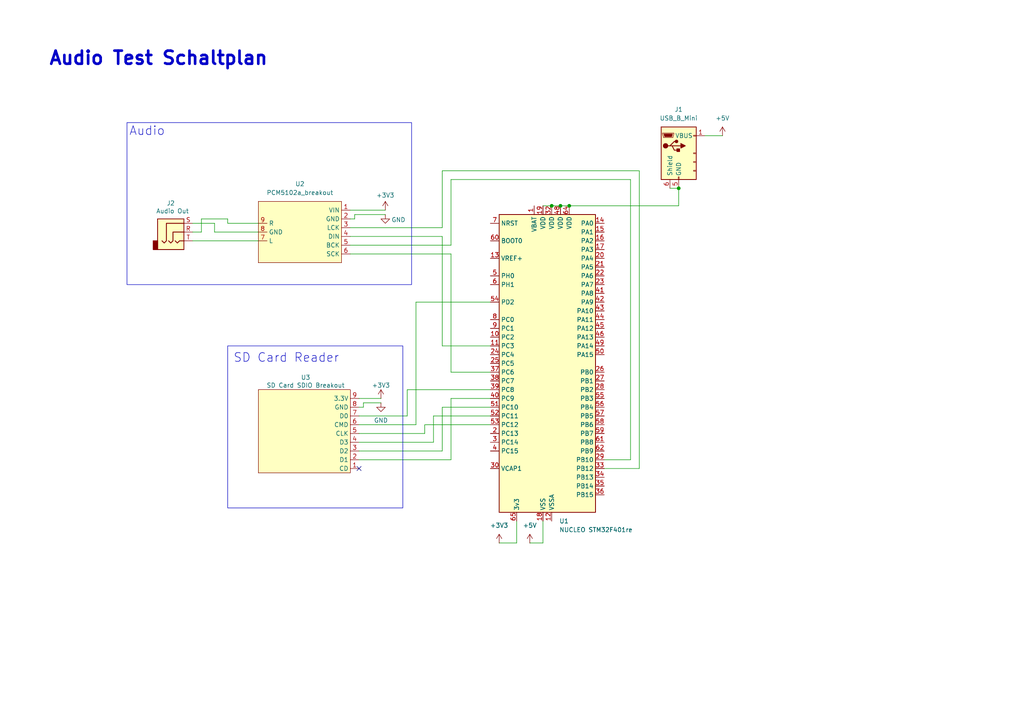
<source format=kicad_sch>
(kicad_sch (version 20231120) (generator "eeschema") (generator_version "8.0")
  (paper "A4")
  (lib_symbols
    (symbol "Connector:USB_B_Mini" (pin_names (offset 1.016))
      (property "Reference" "J1" (at 0 12.7 0))
      (property "Value" "USB_B_Mini" (at 0 10.16 0))
      (symbol "USB_B_Mini_0_1"
        (rectangle (start -5.08 7.62) (end 5.08 -7.62) (stroke (width 0.254)) (fill (type background)))
        (circle (center -3.81 2.159) (radius 0.635) (stroke (width 0.254)) (fill (type outline)))
        (circle (center -0.635 3.429) (radius 0.381) (stroke (width 0.254)) (fill (type outline)))
        (rectangle (start -0.127 -7.62) (end 0.127 -6.858))
        (polyline (pts (xy -1.905 2.159) (xy 0.635 2.159)) (stroke (width 0.254)))
        (polyline (pts (xy -3.175 2.159) (xy -2.54 2.159) (xy -1.27 3.429) (xy -0.635 3.429)) (stroke (width 0.254)))
        (polyline (pts (xy -2.54 2.159) (xy -1.905 2.159) (xy -1.27 0.889) (xy 0 0.889)) (stroke (width 0.254)))
        (polyline (pts (xy 0.635 2.794) (xy 0.635 1.524) (xy 1.905 2.159) (xy 0.635 2.794)) (stroke (width 0.254)) (fill (type outline)))
        (polyline (pts (xy -4.318 5.588) (xy -1.778 5.588) (xy -2.032 4.826) (xy -4.064 4.826) (xy -4.318 5.588)) (fill (type outline)))
        (polyline (pts (xy -4.699 5.842) (xy -4.699 5.588) (xy -4.445 4.826) (xy -4.445 4.572) (xy -1.651 4.572) (xy -1.651 4.826) (xy -1.397 5.588) (xy -1.397 5.842) (xy -4.699 5.842)))
        (rectangle (start 0.254 1.27) (end -0.508 0.508) (stroke (width 0.254)) (fill (type outline)))
        (rectangle (start 5.08 -5.207) (end 4.318 -4.953))
        (rectangle (start 5.08 -2.667) (end 4.318 -2.413))
        (rectangle (start 5.08 -0.127) (end 4.318 0.127))
        (rectangle (start 5.08 4.953) (end 4.318 5.207))
      )
      (symbol "USB_B_Mini_1_1"
        (pin power_out line (at 7.62 5.08 180) (length 2.54) (name "VBUS") (number "1"))
        (pin power_out line (at 0 -10.16 90) (length 2.54) (name "GND") (number "5"))
        (pin passive line (at -2.54 -10.16 90) (length 2.54) (name "Shield") (number "6"))
      )
    )
    (symbol "Connector_Audio:AudioJack3"
      (property "Reference" "J" (at 0 8.89 0))
      (property "Value" "AudioJack3" (at 0 6.35 0))
      (symbol "AudioJack3_0_1"
        (rectangle (start -5.08 -5.08) (end -6.35 -2.54) (stroke (width 0.254)) (fill (type outline)))
        (polyline (pts (xy 0 -2.54) (xy 0.635 -3.175) (xy 1.27 -2.54) (xy 2.54 -2.54)) (stroke (width 0.254)))
        (polyline (pts (xy -1.905 -2.54) (xy -1.27 -3.175) (xy -0.635 -2.54) (xy -0.635 0) (xy 2.54 0)) (stroke (width 0.254)))
        (polyline (pts (xy 2.54 2.54) (xy -2.54 2.54) (xy -2.54 -2.54) (xy -3.175 -3.175) (xy -3.81 -2.54)) (stroke (width 0.254)))
        (rectangle (start 2.54 3.81) (end -5.08 -5.08) (stroke (width 0.254)) (fill (type background)))
      )
      (symbol "AudioJack3_1_1"
        (pin passive line (at 5.08 0 180) (length 2.54) (name "~") (number "R"))
        (pin passive line (at 5.08 2.54 180) (length 2.54) (name "~") (number "S"))
        (pin passive line (at 5.08 -2.54 180) (length 2.54) (name "~") (number "T"))
      )
    )
    (symbol "MCU_ST_STM32F4:STM32F401RETx"
      (property "Reference" "U1" (at 4.7341 -45.72 0))
      (property "Value" "NUCLEO STM32F401re" (at 4.7341 -48.26 0))
      (symbol "STM32F401RETx_0_1"
        (rectangle (start -12.7 43.18) (end 15.24 -43.18) (stroke (width 0.254)) (fill (type background)))
      )
      (symbol "STM32F401RETx_1_1"
        (pin power_in line (at -2.54 45.72 270) (length 2.54) (name "VBAT") (number "1"))
        (pin bidirectional line (at -15.24 7.62 0) (length 2.54) (name "PC2") (number "10"))
        (pin bidirectional line (at -15.24 5.08 0) (length 2.54) (name "PC3") (number "11"))
        (pin power_in line (at 2.54 -45.72 90) (length 2.54) (name "VSSA") (number "12"))
        (pin input line (at -15.24 30.48 0) (length 2.54) (name "VREF+") (number "13"))
        (pin bidirectional line (at 17.78 40.64 180) (length 2.54) (name "PA0") (number "14"))
        (pin bidirectional line (at 17.78 38.1 180) (length 2.54) (name "PA1") (number "15"))
        (pin bidirectional line (at 17.78 35.56 180) (length 2.54) (name "PA2") (number "16"))
        (pin bidirectional line (at 17.78 33.02 180) (length 2.54) (name "PA3") (number "17"))
        (pin power_in line (at 0 -45.72 90) (length 2.54) (name "VSS") (number "18"))
        (pin power_in line (at 0 45.72 270) (length 2.54) (name "VDD") (number "19"))
        (pin bidirectional line (at -15.24 -20.32 0) (length 2.54) (name "PC13") (number "2"))
        (pin bidirectional line (at 17.78 30.48 180) (length 2.54) (name "PA4") (number "20"))
        (pin bidirectional line (at 17.78 27.94 180) (length 2.54) (name "PA5") (number "21"))
        (pin bidirectional line (at 17.78 25.4 180) (length 2.54) (name "PA6") (number "22"))
        (pin bidirectional line (at 17.78 22.86 180) (length 2.54) (name "PA7") (number "23"))
        (pin bidirectional line (at -15.24 2.54 0) (length 2.54) (name "PC4") (number "24"))
        (pin bidirectional line (at -15.24 0 0) (length 2.54) (name "PC5") (number "25"))
        (pin bidirectional line (at 17.78 -2.54 180) (length 2.54) (name "PB0") (number "26"))
        (pin bidirectional line (at 17.78 -5.08 180) (length 2.54) (name "PB1") (number "27"))
        (pin bidirectional line (at 17.78 -7.62 180) (length 2.54) (name "PB2") (number "28"))
        (pin bidirectional line (at 17.78 -27.94 180) (length 2.54) (name "PB10") (number "29"))
        (pin bidirectional line (at -15.24 -22.86 0) (length 2.54) (name "PC14") (number "3"))
        (pin power_out line (at -15.24 -30.48 0) (length 2.54) (name "VCAP1") (number "30"))
        (pin passive line (at 0 -45.72 90) (length 2.54) hide (name "VSS") (number "31"))
        (pin power_in line (at 2.54 45.72 270) (length 2.54) (name "VDD") (number "32"))
        (pin bidirectional line (at 17.78 -30.48 180) (length 2.54) (name "PB12") (number "33"))
        (pin bidirectional line (at 17.78 -33.02 180) (length 2.54) (name "PB13") (number "34"))
        (pin bidirectional line (at 17.78 -35.56 180) (length 2.54) (name "PB14") (number "35"))
        (pin bidirectional line (at 17.78 -38.1 180) (length 2.54) (name "PB15") (number "36"))
        (pin bidirectional line (at -15.24 -2.54 0) (length 2.54) (name "PC6") (number "37"))
        (pin bidirectional line (at -15.24 -5.08 0) (length 2.54) (name "PC7") (number "38"))
        (pin bidirectional line (at -15.24 -7.62 0) (length 2.54) (name "PC8") (number "39"))
        (pin bidirectional line (at -15.24 -25.4 0) (length 2.54) (name "PC15") (number "4"))
        (pin bidirectional line (at -15.24 -10.16 0) (length 2.54) (name "PC9") (number "40"))
        (pin bidirectional line (at 17.78 20.32 180) (length 2.54) (name "PA8") (number "41"))
        (pin bidirectional line (at 17.78 17.78 180) (length 2.54) (name "PA9") (number "42"))
        (pin bidirectional line (at 17.78 15.24 180) (length 2.54) (name "PA10") (number "43"))
        (pin bidirectional line (at 17.78 12.7 180) (length 2.54) (name "PA11") (number "44"))
        (pin bidirectional line (at 17.78 10.16 180) (length 2.54) (name "PA12") (number "45"))
        (pin bidirectional line (at 17.78 7.62 180) (length 2.54) (name "PA13") (number "46"))
        (pin passive line (at 0 -45.72 90) (length 2.54) hide (name "VSS") (number "47"))
        (pin power_in line (at 5.08 45.72 270) (length 2.54) (name "VDD") (number "48"))
        (pin bidirectional line (at 17.78 5.08 180) (length 2.54) (name "PA14") (number "49"))
        (pin bidirectional line (at -15.24 25.4 0) (length 2.54) (name "PH0") (number "5"))
        (pin bidirectional line (at 17.78 2.54 180) (length 2.54) (name "PA15") (number "50"))
        (pin bidirectional line (at -15.24 -12.7 0) (length 2.54) (name "PC10") (number "51"))
        (pin bidirectional line (at -15.24 -15.24 0) (length 2.54) (name "PC11") (number "52"))
        (pin bidirectional line (at -15.24 -17.78 0) (length 2.54) (name "PC12") (number "53"))
        (pin bidirectional line (at -15.24 17.78 0) (length 2.54) (name "PD2") (number "54"))
        (pin bidirectional line (at 17.78 -10.16 180) (length 2.54) (name "PB3") (number "55"))
        (pin bidirectional line (at 17.78 -12.7 180) (length 2.54) (name "PB4") (number "56"))
        (pin bidirectional line (at 17.78 -15.24 180) (length 2.54) (name "PB5") (number "57"))
        (pin bidirectional line (at 17.78 -17.78 180) (length 2.54) (name "PB6") (number "58"))
        (pin bidirectional line (at 17.78 -20.32 180) (length 2.54) (name "PB7") (number "59"))
        (pin bidirectional line (at -15.24 22.86 0) (length 2.54) (name "PH1") (number "6"))
        (pin input line (at -15.24 35.56 0) (length 2.54) (name "BOOT0") (number "60"))
        (pin bidirectional line (at 17.78 -22.86 180) (length 2.54) (name "PB8") (number "61"))
        (pin bidirectional line (at 17.78 -25.4 180) (length 2.54) (name "PB9") (number "62"))
        (pin passive line (at 0 -45.72 90) (length 2.54) hide (name "VSS") (number "63"))
        (pin power_in line (at 7.62 45.72 270) (length 2.54) (name "VDD") (number "64"))
        (pin power_out line (at -7.62 -45.72 90) (length 2.54) (name "3v3") (number "65"))
        (pin input line (at -15.24 40.64 0) (length 2.54) (name "NRST") (number "7"))
        (pin bidirectional line (at -15.24 12.7 0) (length 2.54) (name "PC0") (number "8"))
        (pin bidirectional line (at -15.24 10.16 0) (length 2.54) (name "PC1") (number "9"))
      )
    )
    (symbol "New_Library:PCM5102a_breakout"
      (property "Reference" "U" (at -14.478 12.7 0))
      (property "Value" "PCM5102a_breakout" (at -5.842 10.414 0))
      (symbol "PCM5102a_breakout_1_1"
        (rectangle (start -15.24 8.89) (end 8.89 -8.89) (fill (type background)))
        (pin power_in line (at -17.78 -6.35 0) (length 2.54) (name "VIN") (number "1"))
        (pin power_in line (at -17.78 -3.81 0) (length 2.54) (name "GND") (number "2"))
        (pin input line (at -17.78 -1.27 0) (length 2.54) (name "LCK") (number "3"))
        (pin input line (at -17.78 1.27 0) (length 2.54) (name "DIN") (number "4"))
        (pin input line (at -17.78 3.81 0) (length 2.54) (name "BCK") (number "5"))
        (pin input line (at -17.78 6.35 0) (length 2.54) (name "SCK") (number "6"))
        (pin output line (at 8.89 2.54 180) (length 2.54) (name "L") (number "7"))
        (pin power_in line (at 8.89 0 180) (length 2.54) (name "GND") (number "8"))
        (pin output line (at 8.89 -2.54 180) (length 2.54) (name "R") (number "9"))
      )
    )
    (symbol "New_Library:Waveshare_SD_Card_Breakout"
      (property "Reference" "U" (at -12.192 16.51 0))
      (property "Value" "SD Card SDIO Breakout" (at -1.524 14.224 0))
      (symbol "Waveshare_SD_Card_Breakout_1_1"
        (rectangle (start -12.7 12.7) (end 13.97 -11.43) (fill (type background)))
        (pin output line (at -15.24 -10.16 0) (length 2.54) (name "CD") (number "1"))
        (pin bidirectional line (at -15.24 -7.62 0) (length 2.54) (name "D1") (number "2"))
        (pin bidirectional line (at -15.24 -5.08 0) (length 2.54) (name "D2") (number "3"))
        (pin bidirectional line (at -15.24 -2.54 0) (length 2.54) (name "D3") (number "4"))
        (pin input line (at -15.24 0 0) (length 2.54) (name "CLK") (number "5"))
        (pin input line (at -15.24 2.54 0) (length 2.54) (name "CMD") (number "6"))
        (pin bidirectional line (at -15.24 5.08 0) (length 2.54) (name "D0") (number "7"))
        (pin power_in line (at -15.24 7.62 0) (length 2.54) (name "GND") (number "8"))
        (pin power_in line (at -15.24 10.16 0) (length 2.54) (name "3.3V") (number "9"))
      )
    )
    (symbol "power:+3V3" (power) (pin_numbers hide) (pin_names (offset 0) hide)
      (property "Value" "+3V3" (at 0 3.556 0))
      (symbol "+3V3_0_1"
        (polyline (pts (xy -0.762 1.27) (xy 0 2.54)))
        (polyline (pts (xy 0 0) (xy 0 2.54)))
        (polyline (pts (xy 0 2.54) (xy 0.762 1.27)))
      )
      (symbol "+3V3_1_1"
        (pin power_in line (at 0 0 90) (length 0) (name "~") (number "1"))
      )
    )
    (symbol "power:+5V" (power) (pin_numbers hide) (pin_names (offset 0) hide)
      (property "Value" "+5V" (at 0 3.556 0))
      (symbol "+5V_0_1"
        (polyline (pts (xy -0.762 1.27) (xy 0 2.54)))
        (polyline (pts (xy 0 0) (xy 0 2.54)))
        (polyline (pts (xy 0 2.54) (xy 0.762 1.27)))
      )
      (symbol "+5V_1_1"
        (pin power_in line (at 0 0 90) (length 0) (name "~") (number "1"))
      )
    )
    (symbol "power:GND" (power) (pin_numbers hide) (pin_names (offset 0) hide)
      (property "Value" "GND" (at 0 -3.81 0))
      (symbol "GND_0_1"
        (polyline (pts (xy 0 0) (xy 0 -1.27) (xy 1.27 -1.27) (xy 0 -2.54) (xy -1.27 -1.27) (xy 0 -1.27)))
      )
      (symbol "GND_1_1"
        (pin power_in line (at 0 0 270) (length 0) (name "~") (number "1"))
      )
    )
  )
  (junction (at 165.1 59.69))
  (junction (at 160.02 59.69))
  (junction (at 196.85 54.61))
  (junction (at 162.56 59.69))
  (no_connect (at 104.14 135.89))
  (wire (pts (xy 123.19 123.19) (xy 123.19 125.73)))
  (wire (pts (xy 58.42 67.31) (xy 58.42 63.5)))
  (wire (pts (xy 105.41 116.84) (xy 110.49 116.84)))
  (wire (pts (xy 118.11 113.03) (xy 118.11 120.65)))
  (wire (pts (xy 128.27 118.11) (xy 128.27 130.81)))
  (wire (pts (xy 104.14 128.27) (xy 125.73 128.27)))
  (wire (pts (xy 175.26 135.89) (xy 185.42 135.89)))
  (wire (pts (xy 162.56 59.69) (xy 160.02 59.69)))
  (wire (pts (xy 196.85 54.61) (xy 196.85 59.69)))
  (wire (pts (xy 66.04 64.77) (xy 74.93 64.77)))
  (wire (pts (xy 104.14 130.81) (xy 128.27 130.81)))
  (wire (pts (xy 165.1 59.69) (xy 162.56 59.69)))
  (wire (pts (xy 104.14 120.65) (xy 118.11 120.65)))
  (wire (pts (xy 55.88 64.77) (xy 62.23 64.77)))
  (wire (pts (xy 142.24 100.33) (xy 128.27 100.33)))
  (wire (pts (xy 130.81 115.57) (xy 142.24 115.57)))
  (wire (pts (xy 101.6 66.04) (xy 128.27 66.04)))
  (wire (pts (xy 175.26 133.35) (xy 182.88 133.35)))
  (wire (pts (xy 58.42 63.5) (xy 66.04 63.5)))
  (wire (pts (xy 149.86 157.48) (xy 144.78 157.48)))
  (wire (pts (xy 157.48 157.48) (xy 153.67 157.48)))
  (wire (pts (xy 142.24 123.19) (xy 123.19 123.19)))
  (wire (pts (xy 142.24 118.11) (xy 128.27 118.11)))
  (wire (pts (xy 104.14 133.35) (xy 130.81 133.35)))
  (wire (pts (xy 204.47 39.37) (xy 209.55 39.37)))
  (wire (pts (xy 66.04 63.5) (xy 66.04 64.77)))
  (wire (pts (xy 160.02 59.69) (xy 157.48 59.69)))
  (wire (pts (xy 55.88 67.31) (xy 58.42 67.31)))
  (wire (pts (xy 120.65 87.63) (xy 120.65 123.19)))
  (wire (pts (xy 142.24 107.95) (xy 130.81 107.95)))
  (wire (pts (xy 101.6 68.58) (xy 128.27 68.58)))
  (wire (pts (xy 130.81 71.12) (xy 101.6 71.12)))
  (wire (pts (xy 130.81 52.07) (xy 130.81 71.12)))
  (wire (pts (xy 142.24 113.03) (xy 118.11 113.03)))
  (wire (pts (xy 102.87 62.23) (xy 102.87 63.5)))
  (wire (pts (xy 194.31 54.61) (xy 196.85 54.61)))
  (wire (pts (xy 185.42 49.53) (xy 128.27 49.53)))
  (wire (pts (xy 128.27 100.33) (xy 128.27 68.58)))
  (wire (pts (xy 196.85 59.69) (xy 165.1 59.69)))
  (wire (pts (xy 130.81 107.95) (xy 130.81 73.66)))
  (wire (pts (xy 142.24 87.63) (xy 120.65 87.63)))
  (wire (pts (xy 182.88 52.07) (xy 130.81 52.07)))
  (wire (pts (xy 185.42 135.89) (xy 185.42 49.53)))
  (wire (pts (xy 130.81 133.35) (xy 130.81 115.57)))
  (wire (pts (xy 101.6 73.66) (xy 130.81 73.66)))
  (wire (pts (xy 128.27 49.53) (xy 128.27 66.04)))
  (wire (pts (xy 142.24 120.65) (xy 125.73 120.65)))
  (wire (pts (xy 104.14 115.57) (xy 110.49 115.57)))
  (wire (pts (xy 157.48 151.13) (xy 157.48 157.48)))
  (wire (pts (xy 102.87 62.23) (xy 111.76 62.23)))
  (wire (pts (xy 55.88 69.85) (xy 74.93 69.85)))
  (wire (pts (xy 102.87 63.5) (xy 101.6 63.5)))
  (wire (pts (xy 62.23 67.31) (xy 74.93 67.31)))
  (wire (pts (xy 149.86 151.13) (xy 149.86 157.48)))
  (wire (pts (xy 101.6 60.96) (xy 111.76 60.96)))
  (wire (pts (xy 105.41 118.11) (xy 104.14 118.11)))
  (wire (pts (xy 182.88 133.35) (xy 182.88 52.07)))
  (wire (pts (xy 62.23 64.77) (xy 62.23 67.31)))
  (wire (pts (xy 104.14 125.73) (xy 123.19 125.73)))
  (wire (pts (xy 125.73 120.65) (xy 125.73 128.27)))
  (wire (pts (xy 105.41 116.84) (xy 105.41 118.11)))
  (wire (pts (xy 104.14 123.19) (xy 120.65 123.19)))
  (rectangle (start 36.83 35.56) (end 119.38 82.55))
  (rectangle (start 66.04 100.33) (end 116.84 147.32))
  (text "Audio Test Schaltplan" (at 45.974 17.018 0) (effects (font (size 3.81 3.81) (thickness 0.762) (bold yes))))
  (text "Audio" (at 42.672 38.1 0) (effects (font (size 2.54 2.54))))
  (text "SD Card Reader\n" (at 83.058 103.886 0) (effects (font (size 2.54 2.54))))
  (symbol (lib_id "MCU_ST_STM32F4:STM32F401RETx") (at 157.48 105.41 0) (unit 1)
    (property "Reference" "U1" (at 162.2141 151.13 0) (effects (justify left)))
    (property "Value" "NUCLEO STM32F401re" (at 162.2141 153.67 0) (effects (justify left)))
    (property "Footprint" "Package_QFP:LQFP-64_10x10mm_P0.5mm" (effects (hide yes)))
    (property "Datasheet" "https://www.st.com/resource/en/datasheet/stm32f401re.pdf" (effects (hide yes)))
    (property "Description" "STMicroelectronics Arm Cortex-M4 MCU, 512KB flash, 96KB RAM, 84 MHz, 1.7-3.6V, 50 GPIO, LQFP64" (effects (hide yes)))
  )
  (symbol (lib_id "power:GND") (at 110.49 116.84 0) (unit 1)
    (property "Reference" "#PWR04" (effects (hide yes)))
    (property "Value" "GND" (at 110.49 121.92 0))
    (property "Description" "Power symbol creates a global label with name \"GND\" , ground" (effects (hide yes)))
  )
  (symbol (lib_id "New_Library:Waveshare_SD_Card_Breakout") (at 88.9 125.73 0) (mirror y) (unit 1)
    (property "Reference" "U3" (at 88.646 109.474 0))
    (property "Value" "SD Card SDIO Breakout" (at 88.646 111.76 0))
  )
  (symbol (lib_id "power:+3V3") (at 111.76 60.96 0) (unit 1)
    (property "Reference" "#PWR06" (effects (hide yes)))
    (property "Value" "+3V3" (at 111.76 56.642 0))
    (property "Description" "Power symbol creates a global label with name \"+3V3\"" (effects (hide yes)))
  )
  (symbol (lib_id "power:GND") (at 111.76 62.23 0) (unit 1)
    (property "Reference" "#PWR03" (effects (hide yes)))
    (property "Value" "GND" (at 115.57 63.754 0))
    (property "Description" "Power symbol creates a global label with name \"GND\" , ground" (effects (hide yes)))
  )
  (symbol (lib_id "Connector_Audio:AudioJack3") (at 50.8 67.31 0) (unit 1)
    (property "Reference" "J2" (at 49.53 58.928 0))
    (property "Value" "Audio Out" (at 50.038 61.214 0))
    (property "Description" "Audio Jack, 3 Poles (Stereo / TRS)" (effects (hide yes)))
  )
  (symbol (lib_id "power:+5V") (at 153.67 157.48 0) (unit 1)
    (property "Reference" "#PWR08" (effects (hide yes)))
    (property "Value" "+5V" (at 153.67 152.4 0))
    (property "Description" "Power symbol creates a global label with name \"+5V\"" (effects (hide yes)))
  )
  (symbol (lib_id "power:+5V") (at 209.55 39.37 0) (unit 1)
    (property "Reference" "#PWR01" (effects (hide yes)))
    (property "Value" "+5V" (at 209.55 34.29 0))
    (property "Description" "Power symbol creates a global label with name \"+5V\"" (effects (hide yes)))
  )
  (symbol (lib_id "New_Library:PCM5102a_breakout") (at 83.82 67.31 180) (unit 1)
    (property "Reference" "U2" (at 86.995 53.34 0))
    (property "Value" "PCM5102a_breakout" (at 86.995 55.88 0))
    (property "Description" "Breakout Board for PCM5102a Audio Codec" (effects (hide yes)))
  )
  (symbol (lib_id "power:+3V3") (at 110.49 115.57 0) (unit 1)
    (property "Reference" "#PWR07" (effects (hide yes)))
    (property "Value" "+3V3" (at 110.49 111.76 0))
    (property "Description" "Power symbol creates a global label with name \"+3V3\"" (effects (hide yes)))
  )
  (symbol (lib_id "Connector:USB_B_Mini") (at 196.85 44.45 0) (unit 1)
    (property "Reference" "J1" (at 196.85 31.75 0))
    (property "Value" "USB_B_Mini" (at 196.85 34.29 0))
    (property "Description" "USB Mini Type B connector" (effects (hide yes)))
  )
  (symbol (lib_id "power:+3V3") (at 144.78 157.48 0) (unit 1)
    (property "Reference" "#PWR05" (effects (hide yes)))
    (property "Value" "+3V3" (at 144.78 152.4 0))
    (property "Description" "Power symbol creates a global label with name \"+3V3\"" (effects (hide yes)))
  )
  (sheet (at 6.35 218.44) (size 288.29 133.35) (stroke (width 0.1524))
    (property "Sheetname" "Interface" (at 6.35 217.7284 0) (effects (justify left bottom)))
    (property "Sheetfile" "interface.kicad_sch" (at 6.35 352.3746 0) (effects (justify left top)))
  )
)
</source>
